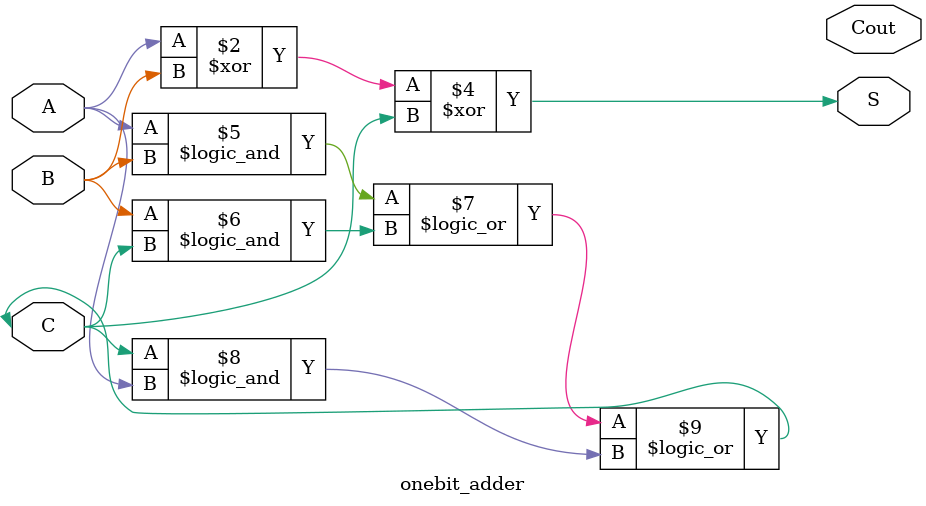
<source format=sv>
module onebit_adder (
  input  logic A, B, C,
  output logic Cout, S
);

  assign S = A ^^ B ^^ C;
  assign C = (A && B) || (B && C) || (C && A);

endmodule
</source>
